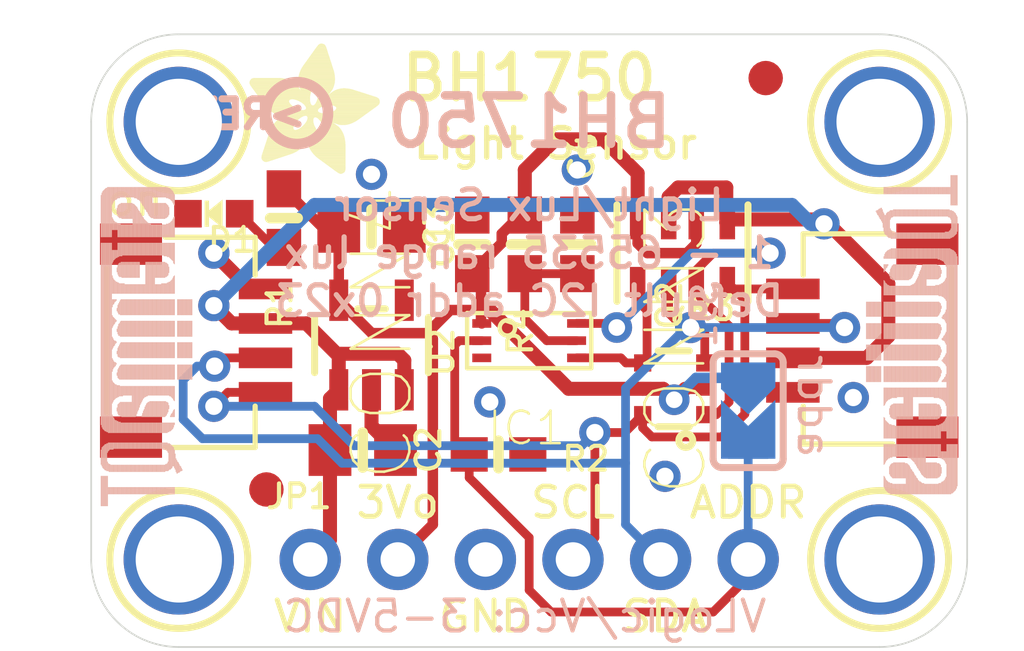
<source format=kicad_pcb>
(kicad_pcb (version 20211014) (generator pcbnew)
  (layers (0 "F.Cu" signal) (31 "B.Cu" signal) (34 "B.Paste" user) (35 "F.Paste" user) (36 "B.SilkS" user "B.Silkscreen") (37 "F.SilkS" user "F.Silkscreen") (38 "B.Mask" user) (39 "F.Mask" user) (44 "Edge.Cuts" user))
  (net 0 "")
  (net 1 "GND")
  (net 2 "SDA")
  (net 3 "SCL")
  (net 4 "SCL_3V")
  (net 5 "SDA_3V")
  (net 6 "3.3V")
  (net 7 "ADDR")
  (net 8 "VCC")
  (net 9 "N$1")
  (net 10 "N$2")
  (footprint "boardEagle:0603-NO" (layer "F.Cu") (at 141.3891 101.4476 -90)
    (fp_text reference "R1" (at 1.778 0.127 90) (layer "F.SilkS") (effects (font (size 0.692831 0.692831) (thickness 0.119969)) (justify right)))
    (fp_text value "10K")
    (pad "1" smd rect (at -0.85 0 270) (size 1.075 1) (layers "F.Cu" "F.Paste" "F.Mask") (net 6 "3.3V"))
    (pad "2" smd rect (at 0.85 0 270) (size 1.075 1) (layers "F.Cu" "F.Paste" "F.Mask") (net 9 "N$1"))
  )
  (footprint "boardEagle:0805-NO" (layer "F.Cu") (at 143.6751 108.1786)
    (fp_text reference "C2" (at 1.905 -0.762 90) (layer "F.SilkS") (effects (font (size 0.692831 0.692831) (thickness 0.119969)) (justify right)))
    (fp_text value "10uF")
    (pad "1" smd rect (at -0.95 0) (size 1.24 1.5) (layers "F.Cu" "F.Paste" "F.Mask") (net 8 "VCC"))
    (pad "2" smd rect (at 0.95 0) (size 1.24 1.5) (layers "F.Cu" "F.Paste" "F.Mask") (net 1 "GND"))
  )
  (footprint "boardEagle:MOUNTINGHOLE_2.5_PLATED" (layer "F.Cu") (at 138.3411 98.6536)
    (fp_text reference "U$1" hide)
    (fp_text value "MOUNTINGHOLE2.5" hide)
    (pad "P$1" thru_hole circle (at 0 0) (size 3.2 3.2) (drill 2.5) (layers *.Cu *.Mask))
  )
  (footprint "boardEagle:0603-NO" (layer "F.Cu") (at 149.8981 102.2096 90)
    (fp_text reference "C4" (at 1.778 0.127 90) (layer "F.SilkS") (effects (font (size 0.692831 0.692831) (thickness 0.119969)) (justify left)))
    (fp_text value "1uF")
    (pad "1" smd rect (at -0.85 0 90) (size 1.075 1) (layers "F.Cu" "F.Paste" "F.Mask") (net 10 "N$2"))
    (pad "2" smd rect (at 0.85 0 90) (size 1.075 1) (layers "F.Cu" "F.Paste" "F.Mask") (net 1 "GND"))
  )
  (footprint "boardEagle:MOUNTINGHOLE_2.5_PLATED" (layer "F.Cu") (at 138.3411 111.3536)
    (fp_text reference "U$19" hide)
    (fp_text value "MOUNTINGHOLE2.5" hide)
    (pad "P$1" thru_hole circle (at 0 0) (size 3.2 3.2) (drill 2.5) (layers *.Cu *.Mask))
  )
  (footprint "boardEagle:1X06_ROUND_70" (layer "F.Cu") (at 148.5011 111.3536)
    (fp_text reference "JP1" (at -7.6962 -1.8288) (layer "F.SilkS") (effects (font (size 0.692831 0.692831) (thickness 0.119969)) (justify left)))
    (fp_text value "")
    (pad "1" thru_hole circle (at -6.35 0 90) (size 1.778 1.778) (drill 1) (layers *.Cu *.Mask) (net 8 "VCC"))
    (pad "2" thru_hole circle (at -3.81 0 90) (size 1.778 1.778) (drill 1) (layers *.Cu *.Mask) (net 6 "3.3V"))
    (pad "3" thru_hole circle (at -1.27 0 90) (size 1.778 1.778) (drill 1) (layers *.Cu *.Mask) (net 1 "GND"))
    (pad "4" thru_hole circle (at 1.27 0 90) (size 1.778 1.778) (drill 1) (layers *.Cu *.Mask) (net 3 "SCL"))
    (pad "5" thru_hole circle (at 3.81 0 90) (size 1.778 1.778) (drill 1) (layers *.Cu *.Mask) (net 2 "SDA"))
    (pad "6" thru_hole circle (at 6.35 0 90) (size 1.778 1.778) (drill 1) (layers *.Cu *.Mask) (net 7 "ADDR"))
  )
  (footprint "boardEagle:0603-NO" (layer "F.Cu") (at 148.3741 102.2096 -90)
    (fp_text reference "R4" (at 1.778 0.127 90) (layer "F.SilkS") (effects (font (size 0.692831 0.692831) (thickness 0.119969)) (justify right)))
    (fp_text value "1K")
    (pad "1" smd rect (at -0.85 0 270) (size 1.075 1) (layers "F.Cu" "F.Paste" "F.Mask") (net 6 "3.3V"))
    (pad "2" smd rect (at 0.85 0 270) (size 1.075 1) (layers "F.Cu" "F.Paste" "F.Mask") (net 10 "N$2"))
  )
  (footprint "boardEagle:ADAFRUIT_3.5MM" (layer "F.Cu") (at 140.3731 100.1776)
    (fp_text reference "U$22" hide)
    (fp_text value "" hide)
  )
  (footprint "boardEagle:0603-NO" (layer "F.Cu") (at 146.8501 102.2096 90)
    (fp_text reference "C1" (at -0.762 -0.889 90) (layer "F.SilkS") (effects (font (size 0.692831 0.692831) (thickness 0.119969)) (justify left)))
    (fp_text value "0.1uF")
    (pad "1" smd rect (at -0.85 0 90) (size 1.075 1) (layers "F.Cu" "F.Paste" "F.Mask") (net 6 "3.3V"))
    (pad "2" smd rect (at 0.85 0 90) (size 1.075 1) (layers "F.Cu" "F.Paste" "F.Mask") (net 1 "GND"))
  )
  (footprint "boardEagle:JST_SH4" (layer "F.Cu") (at 138.3411 105.0036 -90)
    (fp_text reference "CONN4" (at -4.6 -5.9 90) (layer "F.SilkS") (effects (font (size 1.703222 1.703222) (thickness 0.074778)) (justify right)))
    (fp_text value "SM04B-SRSS-TB" hide)
    (pad "1" smd rect (at -1.5 -2.514) (size 1.55 0.6) (layers "F.Cu" "F.Paste" "F.Mask") (net 1 "GND"))
    (pad "2" smd rect (at -0.5 -2.514) (size 1.55 0.6) (layers "F.Cu" "F.Paste" "F.Mask") (net 8 "VCC"))
    (pad "3" smd rect (at 0.5 -2.514) (size 1.55 0.6) (layers "F.Cu" "F.Paste" "F.Mask") (net 2 "SDA"))
    (pad "4" smd rect (at 1.5 -2.514) (size 1.55 0.6) (layers "F.Cu" "F.Paste" "F.Mask") (net 3 "SCL"))
    (pad "MT1" smd rect (at -2.8 1.386) (size 1.8 1.2) (layers "F.Cu" "F.Paste" "F.Mask"))
    (pad "MT2" smd rect (at 2.8 1.386) (size 1.8 1.2) (layers "F.Cu" "F.Paste" "F.Mask"))
  )
  (footprint "boardEagle:WSOF-6" (layer "F.Cu") (at 148.5011 105.0036)
    (fp_text reference "IC1" (at -1.27 2.54) (layer "F.SilkS") (effects (font (size 0.941222 0.941222) (thickness 0.074778)) (justify left)))
    (fp_text value "BH1750")
    (pad "1" smd rect (at -1.375 -0.5 90) (size 0.25 0.55) (layers "F.Cu" "F.Paste" "F.Mask") (net 6 "3.3V"))
    (pad "2" smd rect (at -1.375 0 90) (size 0.25 0.55) (layers "F.Cu" "F.Paste" "F.Mask") (net 7 "ADDR"))
    (pad "3" smd rect (at -1.375 0.5 90) (size 0.25 0.55) (layers "F.Cu" "F.Paste" "F.Mask") (net 1 "GND"))
    (pad "4" smd rect (at 1.375 0.5 90) (size 0.25 0.55) (layers "F.Cu" "F.Paste" "F.Mask") (net 5 "SDA_3V"))
    (pad "5" smd rect (at 1.375 0 90) (size 0.25 0.55) (layers "F.Cu" "F.Paste" "F.Mask") (net 10 "N$2"))
    (pad "6" smd rect (at 1.375 -0.5 90) (size 0.25 0.55) (layers "F.Cu" "F.Paste" "F.Mask") (net 4 "SCL_3V"))
  )
  (footprint "boardEagle:MOUNTINGHOLE_2.5_PLATED" (layer "F.Cu") (at 158.6611 111.3536)
    (fp_text reference "U$21" hide)
    (fp_text value "MOUNTINGHOLE2.5" hide)
    (pad "P$1" thru_hole circle (at 0 0) (size 3.2 3.2) (drill 2.5) (layers *.Cu *.Mask))
  )
  (footprint "boardEagle:MOUNTINGHOLE_2.5_PLATED" (layer "F.Cu") (at 158.6611 98.6536)
    (fp_text reference "U$17" hide)
    (fp_text value "MOUNTINGHOLE2.5" hide)
    (pad "P$1" thru_hole circle (at 0 0) (size 3.2 3.2) (drill 2.5) (layers *.Cu *.Mask))
  )
  (footprint "boardEagle:SOT363" (layer "F.Cu") (at 152.6921 106.4006 90)
    (fp_text reference "Q2" (at 1.651 -0.127 90) (layer "F.SilkS") (effects (font (size 0.692831 0.692831) (thickness 0.119969)) (justify left)))
    (fp_text value "BSS138BKS")
    (pad "1" smd rect (at -0.75 0.9 90) (size 0.5 0.5) (layers "F.Cu" "F.Paste" "F.Mask") (net 4 "SCL_3V"))
    (pad "2" smd rect (at 0 0.9 90) (size 0.4 0.5) (layers "F.Cu" "F.Paste" "F.Mask") (net 6 "3.3V"))
    (pad "3" smd rect (at 0.75 0.9 90) (size 0.5 0.5) (layers "F.Cu" "F.Paste" "F.Mask") (net 2 "SDA"))
    (pad "4" smd rect (at 0.75 -0.9 90) (size 0.5 0.5) (layers "F.Cu" "F.Paste" "F.Mask") (net 5 "SDA_3V"))
    (pad "5" smd rect (at 0 -0.9 90) (size 0.4 0.5) (layers "F.Cu" "F.Paste" "F.Mask") (net 6 "3.3V"))
    (pad "6" smd rect (at -0.75 -0.9 90) (size 0.5 0.5) (layers "F.Cu" "F.Paste" "F.Mask") (net 3 "SCL"))
  )
  (footprint "boardEagle:CHIPLED_0603_NOOUTLINE" (layer "F.Cu") (at 139.3571 101.3206 90)
    (fp_text reference "D1" (at -0.762 1.27) (layer "F.SilkS") (effects (font (size 0.692831 0.692831) (thickness 0.119969)) (justify right)))
    (fp_text value "GREEN")
    (pad "A" smd rect (at 0 0.75 90) (size 0.8 0.8) (layers "F.Cu" "F.Paste" "F.Mask") (net 9 "N$1"))
    (pad "C" smd rect (at 0 -0.75 90) (size 0.8 0.8) (layers "F.Cu" "F.Paste" "F.Mask") (net 1 "GND"))
  )
  (footprint "boardEagle:0603-NO" (layer "F.Cu") (at 147.6121 108.3056)
    (fp_text reference "R2" (at 1.778 0.127) (layer "F.SilkS") (effects (font (size 0.692831 0.692831) (thickness 0.119969)) (justify left)))
    (fp_text value "10K")
    (pad "1" smd rect (at -0.85 0) (size 1.075 1) (layers "F.Cu" "F.Paste" "F.Mask") (net 7 "ADDR"))
    (pad "2" smd rect (at 0.85 0) (size 1.075 1) (layers "F.Cu" "F.Paste" "F.Mask") (net 1 "GND"))
  )
  (footprint "boardEagle:FIDUCIAL_1MM" (layer "F.Cu") (at 155.3591 97.3836)
    (fp_text reference "FID4" hide)
    (fp_text value "FIDUCIAL_1MM" hide)
    (pad "1" smd roundrect (at 0 0) (size 1 1) (layers "F.Cu" "F.Mask") (roundrect_rratio 0.5))
  )
  (footprint "boardEagle:RESPACK_4X0603" (layer "F.Cu") (at 152.9461 102.4636 180)
    (fp_text reference "R3" (at -1.6 -1.6) (layer "F.SilkS") (effects (font (size 0.692831 0.692831) (thickness 0.119969)) (justify right)))
    (fp_text value "10K")
    (pad "1" smd rect (at -1.3 0.85 180) (size 0.45 0.9) (layers "F.Cu" "F.Paste" "F.Mask") (net 8 "VCC"))
    (pad "2" smd rect (at -0.4 0.85 180) (size 0.45 0.9) (layers "F.Cu" "F.Paste" "F.Mask") (net 6 "3.3V"))
    (pad "3" smd rect (at 0.4 0.85 180) (size 0.45 0.9) (layers "F.Cu" "F.Paste" "F.Mask") (net 8 "VCC"))
    (pad "4" smd rect (at 1.3 0.85 180) (size 0.45 0.9) (layers "F.Cu" "F.Paste" "F.Mask") (net 6 "3.3V"))
    (pad "5" smd rect (at 1.3 -0.85 180) (size 0.45 0.9) (layers "F.Cu" "F.Paste" "F.Mask") (net 5 "SDA_3V"))
    (pad "6" smd rect (at 0.4 -0.85 180) (size 0.45 0.9) (layers "F.Cu" "F.Paste" "F.Mask") (net 2 "SDA"))
    (pad "7" smd rect (at -0.4 -0.85 180) (size 0.45 0.9) (layers "F.Cu" "F.Paste" "F.Mask") (net 4 "SCL_3V"))
    (pad "8" smd rect (at -1.3 -0.85 180) (size 0.45 0.9) (layers "F.Cu" "F.Paste" "F.Mask") (net 3 "SCL"))
  )
  (footprint "boardEagle:JST_SH4" (layer "F.Cu") (at 158.6611 105.0036 90)
    (fp_text reference "CONN3" (at -4.6 -5.9 90) (layer "F.SilkS") (effects (font (size 1.703222 1.703222) (thickness 0.074778)) (justify left)))
    (fp_text value "SM04B-SRSS-TB" hide)
    (pad "1" smd rect (at -1.5 -2.514 180) (size 1.55 0.6) (layers "F.Cu" "F.Paste" "F.Mask") (net 1 "GND"))
    (pad "2" smd rect (at -0.5 -2.514 180) (size 1.55 0.6) (layers "F.Cu" "F.Paste" "F.Mask") (net 8 "VCC"))
    (pad "3" smd rect (at 0.5 -2.514 180) (size 1.55 0.6) (layers "F.Cu" "F.Paste" "F.Mask") (net 2 "SDA"))
    (pad "4" smd rect (at 1.5 -2.514 180) (size 1.55 0.6) (layers "F.Cu" "F.Paste" "F.Mask") (net 3 "SCL"))
    (pad "MT1" smd rect (at -2.8 1.386 180) (size 1.8 1.2) (layers "F.Cu" "F.Paste" "F.Mask"))
    (pad "MT2" smd rect (at 2.8 1.386 180) (size 1.8 1.2) (layers "F.Cu" "F.Paste" "F.Mask"))
  )
  (footprint "boardEagle:FIDUCIAL_1MM" (layer "F.Cu") (at 140.8811 109.3216)
    (fp_text reference "FID3" hide)
    (fp_text value "FIDUCIAL_1MM" hide)
    (pad "1" smd roundrect (at 0 0) (size 1 1) (layers "F.Cu" "F.Mask") (roundrect_rratio 0.5))
  )
  (footprint "boardEagle:0805-NO" (layer "F.Cu") (at 143.9291 101.7016)
    (fp_text reference "C3" (at 1.905 -0.762 90) (layer "F.SilkS") (effects (font (size 0.692831 0.692831) (thickness 0.119969)) (justify right)))
    (fp_text value "10uF")
    (pad "1" smd rect (at -0.95 0) (size 1.24 1.5) (layers "F.Cu" "F.Paste" "F.Mask") (net 6 "3.3V"))
    (pad "2" smd rect (at 0.95 0) (size 1.24 1.5) (layers "F.Cu" "F.Paste" "F.Mask") (net 1 "GND"))
  )
  (footprint "boardEagle:SOT23-5" (layer "F.Cu") (at 143.9291 105.1306)
    (fp_text reference "U2" (at 2.032 -0.562 90) (layer "F.SilkS") (effects (font (size 0.692831 0.692831) (thickness 0.119969)) (justify right)))
    (fp_text value "AP2112K-3.3")
    (pad "1" smd rect (at -0.95 1.3001) (size 0.55 1.2) (layers "F.Cu" "F.Paste" "F.Mask") (net 8 "VCC"))
    (pad "2" smd rect (at 0 1.3001) (size 0.55 1.2) (layers "F.Cu" "F.Paste" "F.Mask") (net 1 "GND"))
    (pad "3" smd rect (at 0.95 1.3001) (size 0.55 1.2) (layers "F.Cu" "F.Paste" "F.Mask") (net 8 "VCC"))
    (pad "4" smd rect (at 0.95 -1.3001) (size 0.55 1.2) (layers "F.Cu" "F.Paste" "F.Mask"))
    (pad "5" smd rect (at -0.95 -1.3001) (size 0.55 1.2) (layers "F.Cu" "F.Paste" "F.Mask") (net 6 "3.3V"))
  )
  (footprint "boardEagle:STEMMAQT" (layer "B.Cu") (at 138.7221 100.5586 -90)
    (fp_text reference "U$31" hide)
    (fp_text value "" hide)
  )
  (footprint "boardEagle:STEMMAQT" (layer "B.Cu") (at 158.2801 109.4486 90)
    (fp_text reference "U$30" hide)
    (fp_text value "" hide)
  )
  (footprint "boardEagle:SOLDERJUMPER_ARROW_NOPASTE" (layer "B.Cu") (at 154.8511 107.0356 -90)
    (fp_text reference "SJ1" (at -1.778 1.27 -270) (layer "B.SilkS") (effects (font (size 0.692831 0.692831) (thickness 0.119969)) (justify right mirror)))
    (fp_text value "")
    (fp_poly (pts (xy 1.3946 -0.7882) (xy -0.315893 -0.7882) (xy 0.443148 0) (xy -0.315893 0.7882) (xy 1.3946 0.7882)) (layer "B.Cu") (width 0) (fill solid))
    (fp_poly (pts (xy 0.106121 -0.002663) (xy -0.679416 -0.7882) (xy -1.3946 -0.7882) (xy -1.3946 0.7882) (xy -0.62715 0.7882)) (layer "B.Cu") (width 0) (fill solid))
    (pad "1" smd roundrect (at -1.016 0 270) (size 0.762 1.524) (layers "B.Cu") (net 6 "3.3V"))
    (pad "2" smd roundrect (at 1.016 0 270) (size 0.762 1.524) (layers "B.Cu") (net 7 "ADDR"))
  )
  (footprint "boardEagle:PCBFEAT-REV-040" (layer "B.Cu") (at 141.7701 98.3996 180)
    (fp_text reference "U$25" hide)
    (fp_text value "" hide)
    (fp_text user ">REV" (at -0.3556 -0.508) (layer "B.SilkS") (effects (font (size 0.8128 0.8128) (thickness 0.2032)) (justify left bottom mirror)))
  )
  (gr_line (start 161.2011 111.3536) (end 161.2011 98.6536) (layer "Edge.Cuts") (width 0.05))
  (gr_line (start 138.3411 113.8936) (end 158.6611 113.8936) (layer "Edge.Cuts") (width 0.05))
  (gr_arc (start 158.6611 96.1136) (mid 160.457151 96.857549) (end 161.2011 98.6536) (layer "Edge.Cuts") (width 0.05))
  (gr_arc (start 135.8011 98.6536) (mid 136.545049 96.857549) (end 138.3411 96.1136) (layer "Edge.Cuts") (width 0.05))
  (gr_line (start 158.6611 96.1136) (end 138.3411 96.1136) (layer "Edge.Cuts") (width 0.05))
  (gr_arc (start 161.2011 111.3536) (mid 160.457151 113.149651) (end 158.6611 113.8936) (layer "Edge.Cuts") (width 0.05))
  (gr_arc (start 138.3411 113.8936) (mid 136.545049 113.149651) (end 135.8011 111.3536) (layer "Edge.Cuts") (width 0.05))
  (gr_line (start 135.8011 98.6536) (end 135.8011 111.3536) (layer "Edge.Cuts") (width 0.05))
  (gr_text "addr" (at 156.7561 106.9086 -90) (layer "B.SilkS") (effects (font (size 0.89408 0.89408) (thickness 0.12192)) (justify mirror)))
  (gr_text "Light/Lux Sensor\n1 - 65535 range lux\nDefault I2C addr 0x23" (at 148.5011 102.4636) (layer "B.SilkS") (effects (font (size 0.8636 0.8636) (thickness 0.1524)) (justify mirror)))
  (gr_text "VLogic/Vcc: 3-5VDC" (at 148.3741 113.0046) (layer "B.SilkS") (effects (font (size 0.89408 0.89408) (thickness 0.12192)) (justify mirror)))
  (gr_text "BH1750" (at 148.5011 98.6536) (layer "B.SilkS") (effects (font (size 1.40335 1.40335) (thickness 0.24765)) (justify mirror)))
  (gr_text "Light Sensor" (at 149.2631 99.2886) (layer "F.SilkS") (effects (font (size 0.8636 0.8636) (thickness 0.1524))))
  (gr_text "on" (at 136.1821 101.4476) (layer "F.SilkS") (effects (font (size 0.89408 0.89408) (thickness 0.12192)) (justify left bottom)))
  (gr_text "ADDR" (at 154.8511 109.7026) (layer "F.SilkS") (effects (font (size 0.87376 0.87376) (thickness 0.14224))))
  (gr_text "SCL" (at 149.7711 109.7026) (layer "F.SilkS") (effects (font (size 0.87376 0.87376) (thickness 0.14224))))
  (gr_text "BH1750" (at 148.5011 97.3836) (layer "F.SilkS") (effects (font (size 1.25222 1.25222) (thickness 0.22098))))
  (gr_text "GND" (at 147.2311 113.0046) (layer "F.SilkS") (effects (font (size 0.87376 0.87376) (thickness 0.14224))))
  (gr_text "VIN" (at 142.1511 113.0046) (layer "F.SilkS") (effects (font (size 0.87376 0.87376) (thickness 0.14224))))
  (gr_text "SDA" (at 152.4381 113.0046) (layer "F.SilkS") (effects (font (size 0.87376 0.87376) (thickness 0.14224))))
  (gr_text "3Vo" (at 144.6911 109.7026) (layer "F.SilkS") (effects (font (size 0.87376 0.87376) (thickness 0.14224))))
  (segment (start 140.3971 103.5036) (end 139.3571 102.4636) (width 0.4064) (layer "F.Cu") (net 1))
  (segment (start 143.9291 106.4307) (end 143.9291 107.4826) (width 0.4064) (layer "F.Cu") (net 1))
  (segment (start 140.8551 103.5036) (end 140.3971 103.5036) (width 0.4064) (layer "F.Cu") (net 1))
  (segment (start 144.6251 108.1786) (end 143.9291 107.4826) (width 0.4064) (layer "F.Cu") (net 1))
  (via (at 143.9291 100.1776) (size 0.9064) (drill 0.5) (layers "F.Cu" "B.Cu") (net 1))
  (via (at 157.8991 106.6546) (size 0.9064) (drill 0.5) (layers "F.Cu" "B.Cu") (net 1))
  (via (at 149.8981 100.0506) (size 0.9064) (drill 0.5) (layers "F.Cu" "B.Cu") (net 1))
  (via (at 152.4381 108.9406) (size 0.9064) (drill 0.5) (layers "F.Cu" "B.Cu") (net 1))
  (via (at 139.3571 102.4636) (size 0.9064) (drill 0.5) (layers "F.Cu" "B.Cu") (net 1))
  (via (at 147.3581 106.7816) (size 0.9064) (drill 0.5) (layers "F.Cu" "B.Cu") (net 1))
  (segment (start 152.9661 104.6226) (end 152.5461 104.2026) (width 0.254) (layer "F.Cu") (net 2))
  (segment (start 153.5921 104.7616) (end 153.1811 104.7616) (width 0.254) (layer "F.Cu") (net 2))
  (segment (start 139.379706 105.5036) (end 139.379706 105.742994) (width 0.254) (layer "F.Cu") (net 2))
  (segment (start 153.1811 104.6226) (end 153.1811 104.7616) (width 0.254) (layer "F.Cu") (net 2))
  (segment (start 140.8551 105.5036) (end 139.379706 105.5036) (width 0.254) (layer "F.Cu") (net 2))
  (segment (start 157.5261 104.5036) (end 157.6451 104.6226) (width 0.254) (layer "F.Cu") (net 2))
  (segment (start 156.1471 104.5036) (end 157.5261 104.5036) (width 0.254) (layer "F.Cu") (net 2))
  (segment (start 152.9661 104.6226) (end 153.1811 104.6226) (width 0.254) (layer "F.Cu") (net 2))
  (segment (start 152.5461 103.3136) (end 152.5461 104.2026) (width 0.254) (layer "F.Cu") (net 2))
  (segment (start 153.5921 104.7616) (end 153.5921 105.6506) (width 0.254) (layer "F.Cu") (net 2))
  (via (at 153.1811 104.6226) (size 0.9064) (drill 0.5) (layers "F.Cu" "B.Cu") (net 2))
  (via (at 157.6451 104.6226) (size 0.9064) (drill 0.5) (layers "F.Cu" "B.Cu") (net 2))
  (via (at 139.379706 105.742994) (size 0.9064) (drill 0.5) (layers "F.Cu" "B.Cu") (net 2))
  (segment (start 157.6451 104.6226) (end 153.1811 104.6226) (width 0.254) (layer "B.Cu") (net 2))
  (segment (start 138.4681 106.1466) (end 138.4681 107.2896) (width 0.254) (layer "B.Cu") (net 2))
  (segment (start 153.1811 104.6226) (end 153.0541 104.6226) (width 0.254) (layer "B.Cu") (net 2))
  (segment (start 138.4681 107.2896) (end 139.0269 107.8484) (width 0.254) (layer "B.Cu") (net 2))
  (segment (start 142.364 107.8484) (end 143.0752 108.5596) (width 0.254) (layer "B.Cu") (net 2))
  (segment (start 151.2951 108.5596) (end 151.2951 110.3376) (width 0.254) (layer "B.Cu") (net 2))
  (segment (start 139.379706 105.742994) (end 138.871706 105.742994) (width 0.254) (layer "B.Cu") (net 2))
  (segment (start 151.2951 106.3816) (end 151.2951 108.5596) (width 0.254) (layer "B.Cu") (net 2))
  (segment (start 153.0541 104.6226) (end 151.2951 106.3816) (width 0.254) (layer "B.Cu") (net 2))
  (segment (start 151.2951 110.3376) (end 152.3111 111.3536) (width 0.254) (layer "B.Cu") (net 2))
  (segment (start 143.0752 108.5596) (end 151.2951 108.5596) (width 0.254) (layer "B.Cu") (net 2))
  (segment (start 138.871706 105.742994) (end 138.4681 106.1466) (width 0.254) (layer "B.Cu") (net 2))
  (segment (start 139.0269 107.8484) (end 142.364 107.8484) (width 0.254) (layer "B.Cu") (net 2))
  (segment (start 151.7921 107.1506) (end 151.7916 107.1511) (width 0.254) (layer "F.Cu") (net 3))
  (segment (start 151.7916 107.5321) (end 151.7916 107.1511) (width 0.254) (layer "F.Cu") (net 3))
  (segment (start 154.4361 103.5036) (end 154.2461 103.3136) (width 0.254) (layer "F.Cu") (net 3))
  (segment (start 154.2461 103.3136) (end 154.7541 103.8216) (width 0.254) (layer "F.Cu") (net 3))
  (segment (start 154.7541 103.8216) (end 154.7541 107.1326) (width 0.254) (layer "F.Cu") (net 3))
  (segment (start 152.0571 107.7976) (end 151.7916 107.5321) (width 0.254) (layer "F.Cu") (net 3))
  (segment (start 150.4061 107.6706) (end 150.4061 110.7186) (width 0.254) (layer "F.Cu") (net 3))
  (segment (start 140.8551 106.5036) (end 139.7621 106.5036) (width 0.254) (layer "F.Cu") (net 3))
  (segment (start 151.2721 107.6706) (end 150.4061 107.6706) (width 0.254) (layer "F.Cu") (net 3))
  (segment (start 154.7541 107.1326) (end 154.0891 107.7976) (width 0.254) (layer "F.Cu") (net 3))
  (segment (start 139.7621 106.5036) (end 139.3571 106.9086) (width 0.254) (layer "F.Cu") (net 3))
  (segment (start 151.7921 107.1506) (end 151.2721 107.6706) (width 0.254) (layer "F.Cu") (net 3))
  (segment (start 154.0891 107.7976) (end 152.0571 107.7976) (width 0.254) (layer "F.Cu") (net 3))
  (segment (start 156.1471 103.5036) (end 154.4361 103.5036) (width 0.254) (layer "F.Cu") (net 3))
  (segment (start 150.4061 110.7186) (end 149.7711 111.3536) (width 0.254) (layer "F.Cu") (net 3))
  (via (at 139.3571 106.9086) (size 0.9064) (drill 0.5) (layers "F.Cu" "B.Cu") (net 3))
  (via (at 150.4061 107.6706) (size 0.9064) (drill 0.5) (layers "F.Cu" "B.Cu") (net 3))
  (segment (start 150.0251 108.0516) (end 150.4061 107.6706) (width 0.254) (layer "B.Cu") (net 3))
  (segment (start 143.4211 108.0516) (end 142.2781 106.9086) (width 0.254) (layer "B.Cu") (net 3))
  (segment (start 150.0251 108.0516) (end 143.4211 108.0516) (width 0.254) (layer "B.Cu") (net 3))
  (segment (start 142.2781 106.9086) (end 139.3571 106.9086) (width 0.254) (layer "B.Cu") (net 3))
  (segment (start 153.5921 107.1506) (end 153.9279 107.1506) (width 0.254) (layer "F.Cu") (net 4))
  (segment (start 153.3461 103.3136) (end 153.3461 103.6256) (width 0.254) (layer "F.Cu") (net 4))
  (segment (start 154.2969 106.7816) (end 153.9279 107.1506) (width 0.254) (layer "F.Cu") (net 4))
  (segment (start 153.3461 103.6256) (end 154.2969 104.5764) (width 0.254) (layer "F.Cu") (net 4))
  (segment (start 153.8351 102.4636) (end 155.4861 102.4636) (width 0.254) (layer "F.Cu") (net 4))
  (segment (start 154.2969 104.5764) (end 154.2969 106.7816) (width 0.254) (layer "F.Cu") (net 4))
  (segment (start 153.3461 102.9526) (end 153.8351 102.4636) (width 0.254) (layer "F.Cu") (net 4))
  (segment (start 149.8761 104.5036) (end 150.9221 104.5036) (width 0.254) (layer "F.Cu") (net 4))
  (segment (start 153.3461 103.3136) (end 153.3461 102.9526) (width 0.254) (layer "F.Cu") (net 4))
  (segment (start 151.0411 104.6226) (end 150.9221 104.5036) (width 0.254) (layer "F.Cu") (net 4))
  (via (at 151.0411 104.6226) (size 0.889) (drill 0.4826) (layers "F.Cu" "B.Cu") (net 4))
  (via (at 155.4861 102.4636) (size 0.9064) (drill 0.5) (layers "F.Cu" "B.Cu") (net 4))
  (segment (start 153.2001 102.4636) (end 155.4861 102.4636) (width 0.254) (layer "B.Cu") (net 4))
  (segment (start 151.0411 104.6226) (end 153.2001 102.4636) (width 0.254) (layer "B.Cu") (net 4))
  (segment (start 149.8761 105.5036) (end 151.1601 105.5036) (width 0.254) (layer "F.Cu") (net 5))
  (segment (start 151.6461 103.8536) (end 151.6461 103.3136) (width 0.254) (layer "F.Cu") (net 5))
  (segment (start 151.1601 105.5036) (end 151.3071 105.6506) (width 0.254) (layer "F.Cu") (net 5))
  (segment (start 151.9191 104.1266) (end 151.6461 103.8536) (width 0.254) (layer "F.Cu") (net 5))
  (segment (start 151.3071 105.6506) (end 151.7921 105.6506) (width 0.254) (layer "F.Cu") (net 5))
  (segment (start 151.9191 104.1266) (end 151.9191 105.5236) (width 0.254) (layer "F.Cu") (net 5))
  (segment (start 151.7921 105.6506) (end 151.9191 105.5236) (width 0.254) (layer "F.Cu") (net 5))
  (segment (start 148.3741 101.3596) (end 148.2471 101.3596) (width 0.3048) (layer "F.Cu") (net 6))
  (segment (start 148.3741 100.0506) (end 148.3741 101.3596) (width 0.4064) (layer "F.Cu") (net 6))
  (segment (start 151.6461 101.6136) (end 151.6461 100.1476) (width 0.4064) (layer "F.Cu") (net 6))
  (segment (start 146.8501 103.0596) (end 146.8501 103.0986) (width 0.3048) (layer "F.Cu") (net 6))
  (segment (start 153.3461 102.1906) (end 153.0731 102.4636) (width 0.3048) (layer "F.Cu") (net 6))
  (segment (start 145.7071 110.3376) (end 145.7071 104.9496) (width 0.3048) (layer "F.Cu") (net 6))
  (segment (start 149.6441 106.4006) (end 147.3581 104.1146) (width 0.4064) (layer "F.Cu") (net 6))
  (segment (start 147.7057 102.171394) (end 146.8501 103.026994) (width 0.3048) (layer "F.Cu") (net 6))
  (segment (start 151.9301 102.4636) (end 151.6461 102.1796) (width 0.3048) (layer "F.Cu") (net 6))
  (segment (start 152.7048 106.7181) (end 152.3873 106.4006) (width 0.4064) (layer "F.Cu") (net 6))
  (segment (start 144.6911 111.3536) (end 145.7071 110.3376) (width 0.3048) (layer "F.Cu") (net 6))
  (segment (start 145.5436 104.7861) (end 146.2151 104.1146) (width 0.3048) (layer "F.Cu") (net 6))
  (segment (start 142.9791 101.7016) (end 142.9791 103.8305) (width 0.3048) (layer "F.Cu") (net 6))
  (segment (start 148.2471 101.3596) (end 147.7057 101.901) (width 0.3048) (layer "F.Cu") (net 6))
  (segment (start 145.7071 104.9496) (end 145.5436 104.7861) (width 0.3048) (layer "F.Cu") (net 6))
  (segment (start 141.3891 100.5976) (end 142.4931 101.7016) (width 0.3048) (layer "F.Cu") (net 6))
  (segment (start 151.7921 106.4006) (end 149.6441 106.4006) (width 0.4064) (layer "F.Cu") (net 6))
  (segment (start 146.2151 104.1146) (end 147.1041 104.1146) (width 0.3048) (layer "F.Cu") (net 6))
  (segment (start 142.9791 103.8305) (end 143.9347 104.7861) (width 0.3048) (layer "F.Cu") (net 6))
  (segment (start 143.9347 104.7861) (end 145.5436 104.7861) (width 0.3048) (layer "F.Cu") (net 6))
  (segment (start 152.3873 106.4006) (end 151.7921 106.4006) (width 0.4064) (layer "F.Cu") (net 6))
  (segment (start 151.6461 100.1476) (end 150.6601 99.1616) (width 0.4064) (layer "F.Cu") (net 6))
  (segment (start 153.0731 102.4636) (end 151.9301 102.4636) (width 0.3048) (layer "F.Cu") (net 6))
  (segment (start 142.4931 101.7016) (end 142.9791 101.7016) (width 0.3048) (layer "F.Cu") (net 6))
  (segment (start 150.6601 99.1616) (end 149.2631 99.1616) (width 0.4064) (layer "F.Cu") (net 6))
  (segment (start 147.1041 104.1146) (end 147.1041 103.3526) (width 0.3048) (layer "F.Cu") (net 6))
  (segment (start 153.5921 106.4006) (end 153.0223 106.4006) (width 0.3048) (layer "F.Cu") (net 6))
  (segment (start 153.3461 101.6136) (end 153.3461 102.1906) (width 0.3048) (layer "F.Cu") (net 6))
  (segment (start 147.1041 103.3526) (end 146.8501 103.0986) (width 0.3048) (layer "F.Cu") (net 6))
  (segment (start 152.7048 106.7181) (end 153.0223 106.4006) (width 0.4064) (layer "F.Cu") (net 6))
  (segment (start 147.1261 104.5036) (end 147.1041 104.4816) (width 0.3048) (layer "F.Cu") (net 6))
  (segment (start 147.3581 104.1146) (end 147.1041 104.1146) (width 0.4064) (layer "F.Cu") (net 6))
  (segment (start 149.2631 99.1616) (end 148.3741 100.0506) (width 0.4064) (layer "F.Cu") (net 6))
  (segment (start 147.7057 101.901) (end 147.7057 102.171394) (width 0.3048) (layer "F.Cu") (net 6))
  (segment (start 147.1041 104.4816) (end 147.1041 104.1146) (width 0.3048) (layer "F.Cu") (net 6))
  (segment (start 146.8501 103.0596) (end 146.8501 103.026994) (width 0.3048) (layer "F.Cu") (net 6))
  (segment (start 151.6461 102.1796) (end 151.6461 101.6136) (width 0.3048) (layer "F.Cu") (net 6))
  (via (at 152.7048 106.7181) (size 0.889) (drill 0.4826) (layers "F.Cu" "B.Cu") (net 6))
  (segment (start 154.3431 106.0196) (end 154.2796 106.0831) (width 0.3048) (layer "B.Cu") (net 6))
  (segment (start 154.8511 106.0196) (end 154.3431 106.0196) (width 0.3048) (layer "B.Cu") (net 6))
  (segment (start 154.2796 106.0831) (end 153.3398 106.0831) (width 0.3048) (layer "B.Cu") (net 6))
  (segment (start 153.3398 106.0831) (end 152.7048 106.7181) (width 0.3048) (layer "B.Cu") (net 6))
  (segment (start 146.4691 105.0036) (end 146.3421 105.1306) (width 0.254) (layer "F.Cu") (net 7))
  (segment (start 148.5011 112.2426) (end 148.5011 110.7186) (width 0.254) (layer "F.Cu") (net 7))
  (segment (start 153.8351 112.8776) (end 154.8511 111.8616) (width 0.254) (layer "F.Cu") (net 7))
  (segment (start 148.5011 110.7186) (end 146.7621 108.9796) (width 0.254) (layer "F.Cu") (net 7))
  (segment (start 146.7621 108.3056) (end 146.7621 108.9796) (width 0.254) (layer "F.Cu") (net 7))
  (segment (start 149.1361 112.8776) (end 153.8351 112.8776) (width 0.254) (layer "F.Cu") (net 7))
  (segment (start 146.606137 108.3056) (end 146.7621 108.3056) (width 0.254) (layer "F.Cu") (net 7))
  (segment (start 147.1261 105.0036) (end 146.4691 105.0036) (width 0.254) (layer "F.Cu") (net 7))
  (segment (start 146.3421 105.1306) (end 146.3421 108.041563) (width 0.254) (layer "F.Cu") (net 7))
  (segment (start 149.1361 112.8776) (end 148.5011 112.2426) (width 0.254) (layer "F.Cu") (net 7))
  (segment (start 154.8511 111.8616) (end 154.8511 111.3536) (width 0.254) (layer "F.Cu") (net 7))
  (segment (start 146.3421 108.041563) (end 146.606137 108.3056) (width 0.254) (layer "F.Cu") (net 7))
  (segment (start 154.8511 108.0516) (end 154.8511 111.3536) (width 0.254) (layer "B.Cu") (net 7))
  (segment (start 158.2881 105.5036) (end 158.9151 104.8766) (width 0.4064) (layer "F.Cu") (net 8))
  (segment (start 154.2161 100.5586) (end 154.2161 101.5836) (width 0.4064) (layer "F.Cu") (net 8))
  (segment (start 152.5461 101.6136) (end 152.5461 100.8316) (width 0.4064) (layer "F.Cu") (net 8))
  (segment (start 142.7251 108.1786) (end 142.7251 110.7796) (width 0.4064) (layer "F.Cu") (net 8))
  (segment (start 154.2461 101.6136) (end 154.3731 101.4866) (width 0.4064) (layer "F.Cu") (net 8))
  (segment (start 144.691096 105.3846) (end 143.0401 105.3846) (width 0.4064) (layer "F.Cu") (net 8))
  (segment (start 157.1761 101.6136) (end 157.0491 101.6136) (width 0.4064) (layer "F.Cu") (net 8))
  (segment (start 152.5461 100.8316) (end 152.8191 100.5586) (width 0.4064) (layer "F.Cu") (net 8))
  (segment (start 144.8791 106.4307) (end 144.8791 105.5726) (width 0.4064) (layer "F.Cu") (net 8))
  (segment (start 156.1471 105.5036) (end 158.2881 105.5036) (width 0.4064) (layer "F.Cu") (net 8))
  (segment (start 142.1511 111.3536) (end 142.7251 110.7796) (width 0.4064) (layer "F.Cu") (net 8))
  (segment (start 144.8791 105.5726) (end 144.691096 105.3846) (width 0.4064) (layer "F.Cu") (net 8))
  (segment (start 158.9151 103.3526) (end 157.1761 101.6136) (width 0.4064) (layer "F.Cu") (net 8))
  (segment (start 140.8551 104.5036) (end 139.8731 104.5036) (width 0.4064) (layer "F.Cu") (net 8))
  (segment (start 142.9791 106.4307) (end 142.7251 106.6847) (width 0.4064) (layer "F.Cu") (net 8))
  (segment (start 140.8551 104.5036) (end 142.0371 104.5036) (width 0.4064) (layer "F.Cu") (net 8))
  (segment (start 156.9221 101.4866) (end 154.3731 101.4866) (width 0.4064) (layer "F.Cu") (net 8))
  (segment (start 152.8191 100.5586) (end 154.2161 100.5586) (width 0.4064) (layer "F.Cu") (net 8))
  (segment (start 143.0401 105.3846) (end 142.9791 105.4456) (width 0.4064) (layer "F.Cu") (net 8))
  (segment (start 142.0371 104.5036) (end 142.9791 105.4456) (width 0.4064) (layer "F.Cu") (net 8))
  (segment (start 142.9791 105.4456) (end 142.9791 106.4307) (width 0.4064) (layer "F.Cu") (net 8))
  (segment (start 157.0491 101.6136) (end 156.9221 101.4866) (width 0.4064) (layer "F.Cu") (net 8))
  (segment (start 139.8731 104.5036) (end 139.3571 103.9876) (width 0.4064) (layer "F.Cu") (net 8))
  (segment (start 142.7251 106.6847) (end 142.7251 108.1786) (width 0.4064) (layer "F.Cu") (net 8))
  (segment (start 158.9151 104.8766) (end 158.9151 103.3526) (width 0.4064) (layer "F.Cu") (net 8))
  (segment (start 154.2161 101.5836) (end 154.2461 101.6136) (width 0.4064) (layer "F.Cu") (net 8))
  (via (at 157.0491 101.6136) (size 0.9064) (drill 0.5) (layers "F.Cu" "B.Cu") (net 8))
  (via (at 139.3571 103.9876) (size 0.9064) (drill 0.5) (layers "F.Cu" "B.Cu") (net 8))
  (segment (start 156.1211 101.0666) (end 142.2781 101.0666) (width 0.4064) (layer "B.Cu") (net 8))
  (segment (start 157.0491 101.6136) (end 156.6681 101.6136) (width 0.4064) (layer "B.Cu") (net 8))
  (segment (start 156.6681 101.6136) (end 156.1211 101.0666) (width 0.4064) (layer "B.Cu") (net 8))
  (segment (start 142.2781 101.0666) (end 139.3571 103.9876) (width 0.4064) (layer "B.Cu") (net 8))
  (segment (start 141.0841 102.2976) (end 141.3891 102.2976) (width 0.254) (layer "F.Cu") (net 9))
  (segment (start 140.1071 101.3206) (end 141.0841 102.2976) (width 0.254) (layer "F.Cu") (net 9))
  (segment (start 148.3741 103.0596) (end 149.8981 103.0596) (width 0.254) (layer "F.Cu") (net 10))
  (segment (start 148.3741 104.3686) (end 148.3741 103.0596) (width 0.254) (layer "F.Cu") (net 10))
  (segment (start 149.0091 105.0036) (end 148.3741 104.3686) (width 0.254) (layer "F.Cu") (net 10))
  (segment (start 149.8761 105.0036) (end 149.0091 105.0036) (width 0.254) (layer "F.Cu") (net 10))
)
</source>
